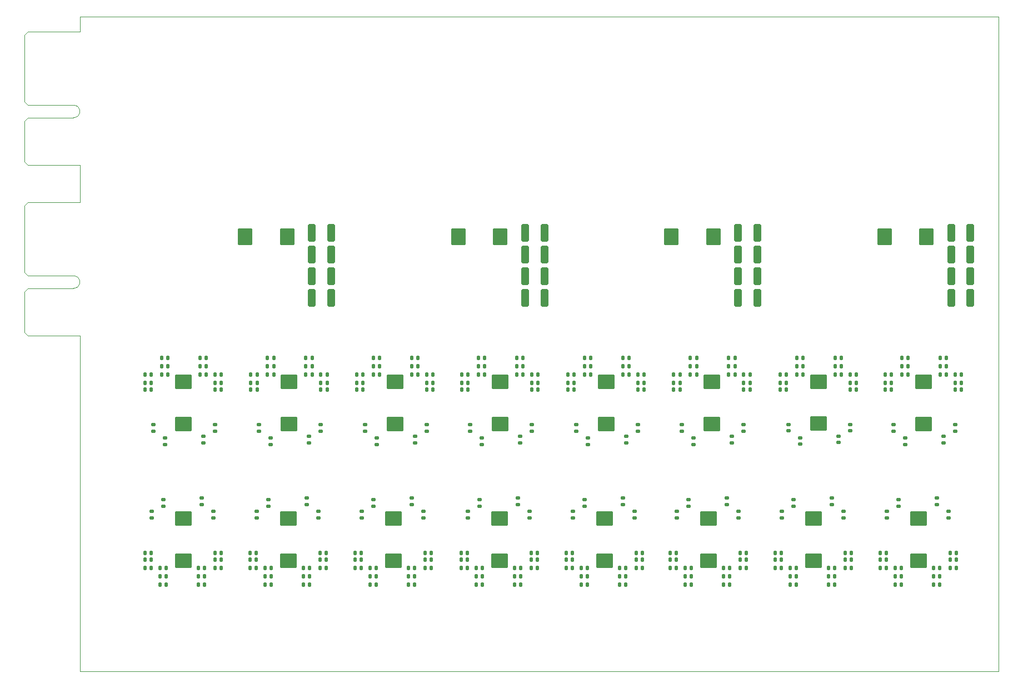
<source format=gbr>
%TF.GenerationSoftware,KiCad,Pcbnew,8.0.1*%
%TF.CreationDate,2024-04-21T01:40:20+02:00*%
%TF.ProjectId,EKO_Miner_BM1366-13xx_16-01A,454b4f5f-4d69-46e6-9572-5f424d313336,rev?*%
%TF.SameCoordinates,Original*%
%TF.FileFunction,Paste,Bot*%
%TF.FilePolarity,Positive*%
%FSLAX46Y46*%
G04 Gerber Fmt 4.6, Leading zero omitted, Abs format (unit mm)*
G04 Created by KiCad (PCBNEW 8.0.1) date 2024-04-21 01:40:20*
%MOMM*%
%LPD*%
G01*
G04 APERTURE LIST*
G04 Aperture macros list*
%AMRoundRect*
0 Rectangle with rounded corners*
0 $1 Rounding radius*
0 $2 $3 $4 $5 $6 $7 $8 $9 X,Y pos of 4 corners*
0 Add a 4 corners polygon primitive as box body*
4,1,4,$2,$3,$4,$5,$6,$7,$8,$9,$2,$3,0*
0 Add four circle primitives for the rounded corners*
1,1,$1+$1,$2,$3*
1,1,$1+$1,$4,$5*
1,1,$1+$1,$6,$7*
1,1,$1+$1,$8,$9*
0 Add four rect primitives between the rounded corners*
20,1,$1+$1,$2,$3,$4,$5,0*
20,1,$1+$1,$4,$5,$6,$7,0*
20,1,$1+$1,$6,$7,$8,$9,0*
20,1,$1+$1,$8,$9,$2,$3,0*%
G04 Aperture macros list end*
%ADD10RoundRect,0.140000X-0.140000X-0.170000X0.140000X-0.170000X0.140000X0.170000X-0.140000X0.170000X0*%
%ADD11RoundRect,0.140000X-0.170000X0.140000X-0.170000X-0.140000X0.170000X-0.140000X0.170000X0.140000X0*%
%ADD12RoundRect,0.140000X0.140000X0.170000X-0.140000X0.170000X-0.140000X-0.170000X0.140000X-0.170000X0*%
%ADD13RoundRect,0.140000X0.170000X-0.140000X0.170000X0.140000X-0.170000X0.140000X-0.170000X-0.140000X0*%
%ADD14RoundRect,0.250000X1.025000X-0.875000X1.025000X0.875000X-1.025000X0.875000X-1.025000X-0.875000X0*%
%ADD15RoundRect,0.250000X-0.325000X-1.100000X0.325000X-1.100000X0.325000X1.100000X-0.325000X1.100000X0*%
%ADD16RoundRect,0.250000X-1.025000X0.875000X-1.025000X-0.875000X1.025000X-0.875000X1.025000X0.875000X0*%
%ADD17RoundRect,0.250000X0.875000X1.025000X-0.875000X1.025000X-0.875000X-1.025000X0.875000X-1.025000X0*%
%TA.AperFunction,Profile*%
%ADD18C,0.100000*%
%TD*%
G04 APERTURE END LIST*
D10*
%TO.C,C228*%
X111354000Y-107982000D03*
X112314000Y-107982000D03*
%TD*%
D11*
%TO.C,C224*%
X159767428Y-87436000D03*
X159767428Y-88396000D03*
%TD*%
D10*
%TO.C,C82*%
X95352000Y-81058000D03*
X96312000Y-81058000D03*
%TD*%
D12*
%TO.C,C22*%
X184957475Y-77228000D03*
X183997475Y-77228000D03*
%TD*%
D11*
%TO.C,C139*%
X157989428Y-89214000D03*
X157989428Y-90174000D03*
%TD*%
D13*
%TO.C,C343*%
X149846666Y-101604000D03*
X149846666Y-100644000D03*
%TD*%
D10*
%TO.C,C251*%
X92811999Y-110522000D03*
X93771999Y-110522000D03*
%TD*%
%TO.C,C133*%
X143612000Y-81058000D03*
X144572000Y-81058000D03*
%TD*%
%TO.C,C92*%
X109176857Y-78518000D03*
X110136857Y-78518000D03*
%TD*%
D14*
%TO.C,C356*%
X138670666Y-108134000D03*
X138670666Y-101734000D03*
%TD*%
D10*
%TO.C,C267*%
X124815999Y-111792000D03*
X125775999Y-111792000D03*
%TD*%
D12*
%TO.C,C278*%
X208326000Y-106966000D03*
X207366000Y-106966000D03*
%TD*%
D15*
%TO.C,C367*%
X110105000Y-61500000D03*
X113055000Y-61500000D03*
%TD*%
D12*
%TO.C,C51*%
X166198285Y-81058000D03*
X165238285Y-81058000D03*
%TD*%
D10*
%TO.C,C352*%
X140984665Y-111792000D03*
X141944665Y-111792000D03*
%TD*%
D12*
%TO.C,C344*%
X149818666Y-107981999D03*
X148858666Y-107981999D03*
%TD*%
%TO.C,C90*%
X104294857Y-77248000D03*
X103334857Y-77248000D03*
%TD*%
D10*
%TO.C,C110*%
X125324000Y-77248000D03*
X126284000Y-77248000D03*
%TD*%
D12*
%TO.C,C321*%
X167940000Y-111792000D03*
X166980000Y-111792000D03*
%TD*%
%TO.C,C238*%
X103932000Y-109252000D03*
X102972000Y-109252000D03*
%TD*%
D11*
%TO.C,C98*%
X111434857Y-87436000D03*
X111434857Y-88396000D03*
%TD*%
D10*
%TO.C,C58*%
X173620285Y-78518000D03*
X174580285Y-78518000D03*
%TD*%
D12*
%TO.C,C332*%
X160486665Y-109252000D03*
X159526665Y-109252000D03*
%TD*%
D13*
%TO.C,C265*%
X119454001Y-99826000D03*
X119454001Y-98866000D03*
%TD*%
D15*
%TO.C,C365*%
X110105000Y-68104000D03*
X113055000Y-68104000D03*
%TD*%
D12*
%TO.C,C357*%
X136102666Y-109252000D03*
X135142666Y-109252000D03*
%TD*%
D13*
%TO.C,C314*%
X175080000Y-101604001D03*
X175080000Y-100644001D03*
%TD*%
D10*
%TO.C,C336*%
X156986665Y-110522000D03*
X157946665Y-110522000D03*
%TD*%
D13*
%TO.C,C341*%
X157466666Y-99572000D03*
X157466666Y-98612000D03*
%TD*%
D12*
%TO.C,C259*%
X85644000Y-107981999D03*
X84684000Y-107981999D03*
%TD*%
D10*
%TO.C,C59*%
X173620285Y-77248000D03*
X174580285Y-77248000D03*
%TD*%
D12*
%TO.C,C351*%
X141944665Y-109252000D03*
X140984665Y-109252000D03*
%TD*%
D13*
%TO.C,C273*%
X125296000Y-99572000D03*
X125296000Y-98612000D03*
%TD*%
D12*
%TO.C,C272*%
X119934000Y-109252000D03*
X118974000Y-109252000D03*
%TD*%
%TO.C,C276*%
X117648000Y-107981999D03*
X116688000Y-107981999D03*
%TD*%
D16*
%TO.C,C77*%
X90498000Y-80906000D03*
X90498000Y-87306000D03*
%TD*%
D10*
%TO.C,C76*%
X93066000Y-77248000D03*
X94026000Y-77248000D03*
%TD*%
D11*
%TO.C,C122*%
X141806000Y-89214000D03*
X141806000Y-90174000D03*
%TD*%
D10*
%TO.C,C131*%
X143612000Y-79788000D03*
X144572000Y-79788000D03*
%TD*%
D12*
%TO.C,C346*%
X144484666Y-106966000D03*
X143524666Y-106966000D03*
%TD*%
D15*
%TO.C,C378*%
X207505000Y-64802000D03*
X210455000Y-64802000D03*
%TD*%
D10*
%TO.C,C67*%
X84684000Y-82074000D03*
X85644000Y-82074000D03*
%TD*%
D11*
%TO.C,C86*%
X102036857Y-87436000D03*
X102036857Y-88396000D03*
%TD*%
D12*
%TO.C,C354*%
X136102666Y-110522000D03*
X135142666Y-110522000D03*
%TD*%
D11*
%TO.C,C45*%
X200479999Y-89468000D03*
X200479999Y-90428000D03*
%TD*%
D12*
%TO.C,C317*%
X173781999Y-109252000D03*
X172821999Y-109252000D03*
%TD*%
D11*
%TO.C,C120*%
X134186000Y-87436000D03*
X134186000Y-88396000D03*
%TD*%
D12*
%TO.C,C340*%
X152104666Y-109252000D03*
X151144666Y-109252000D03*
%TD*%
D10*
%TO.C,C243*%
X100686000Y-106965999D03*
X101646000Y-106965999D03*
%TD*%
%TO.C,C41*%
X205841999Y-78518000D03*
X206801999Y-78518000D03*
%TD*%
%TO.C,C135*%
X149127428Y-82074000D03*
X150087428Y-82074000D03*
%TD*%
D12*
%TO.C,C329*%
X160486666Y-106966000D03*
X159526666Y-106966000D03*
%TD*%
D13*
%TO.C,C275*%
X117676000Y-101604000D03*
X117676000Y-100644000D03*
%TD*%
D10*
%TO.C,C27*%
X189839475Y-79768000D03*
X190799475Y-79768000D03*
%TD*%
D12*
%TO.C,C124*%
X136444000Y-77248000D03*
X135484000Y-77248000D03*
%TD*%
%TO.C,C74*%
X88184000Y-78518000D03*
X87224000Y-78518000D03*
%TD*%
%TO.C,C355*%
X136102666Y-111792000D03*
X135142666Y-111792000D03*
%TD*%
D10*
%TO.C,C61*%
X173620285Y-79788000D03*
X174580285Y-79788000D03*
%TD*%
%TO.C,C99*%
X111462857Y-81058000D03*
X112422857Y-81058000D03*
%TD*%
D12*
%TO.C,C227*%
X112314000Y-106966000D03*
X111354000Y-106966000D03*
%TD*%
D10*
%TO.C,C89*%
X103334857Y-79788000D03*
X104294857Y-79788000D03*
%TD*%
D15*
%TO.C,C371*%
X142571666Y-61500000D03*
X145521666Y-61500000D03*
%TD*%
D13*
%TO.C,C248*%
X87450001Y-99826000D03*
X87450001Y-98866000D03*
%TD*%
D11*
%TO.C,C115*%
X127582000Y-87436000D03*
X127582000Y-88396000D03*
%TD*%
D12*
%TO.C,C320*%
X167940000Y-110522000D03*
X166980000Y-110522000D03*
%TD*%
%TO.C,C323*%
X167940000Y-109252000D03*
X166980000Y-109252000D03*
%TD*%
D11*
%TO.C,C30*%
X192097475Y-87416000D03*
X192097475Y-88376000D03*
%TD*%
D15*
%TO.C,C380*%
X207505000Y-58204750D03*
X210455000Y-58204750D03*
%TD*%
D10*
%TO.C,C109*%
X125324000Y-78518000D03*
X126284000Y-78518000D03*
%TD*%
D12*
%TO.C,C287*%
X199944000Y-111792000D03*
X198984000Y-111792000D03*
%TD*%
D11*
%TO.C,C105*%
X125804000Y-89214000D03*
X125804000Y-90174000D03*
%TD*%
D12*
%TO.C,C242*%
X101646000Y-107981999D03*
X100686000Y-107981999D03*
%TD*%
D10*
%TO.C,C80*%
X95352000Y-79788000D03*
X96312000Y-79788000D03*
%TD*%
D12*
%TO.C,C293*%
X197658000Y-107981999D03*
X196698000Y-107981999D03*
%TD*%
%TO.C,C102*%
X117902000Y-81058000D03*
X116942000Y-81058000D03*
%TD*%
D10*
%TO.C,C313*%
X175362000Y-107982000D03*
X176322000Y-107982000D03*
%TD*%
D12*
%TO.C,C325*%
X165654000Y-109251999D03*
X164694000Y-109251999D03*
%TD*%
D10*
%TO.C,C285*%
X204825999Y-110522000D03*
X205785999Y-110522000D03*
%TD*%
D12*
%TO.C,C266*%
X125775999Y-109252000D03*
X124815999Y-109252000D03*
%TD*%
%TO.C,C17*%
X182417475Y-81038000D03*
X181457475Y-81038000D03*
%TD*%
D13*
%TO.C,C348*%
X143242666Y-101604001D03*
X143242666Y-100644001D03*
%TD*%
D16*
%TO.C,C145*%
X154941428Y-80906000D03*
X154941428Y-87306000D03*
%TD*%
D15*
%TO.C,C370*%
X142571666Y-64802000D03*
X145521666Y-64802000D03*
%TD*%
D12*
%TO.C,C73*%
X88184000Y-77248000D03*
X87224000Y-77248000D03*
%TD*%
D14*
%TO.C,C254*%
X90498000Y-108134000D03*
X90498000Y-101734000D03*
%TD*%
D12*
%TO.C,C281*%
X208325999Y-109252000D03*
X207365999Y-109252000D03*
%TD*%
D13*
%TO.C,C241*%
X101674000Y-101604000D03*
X101674000Y-100644000D03*
%TD*%
D10*
%TO.C,C53*%
X165238285Y-79788000D03*
X166198285Y-79788000D03*
%TD*%
D12*
%TO.C,C249*%
X93771999Y-109252000D03*
X92811999Y-109252000D03*
%TD*%
%TO.C,C56*%
X168738285Y-77248000D03*
X167778285Y-77248000D03*
%TD*%
D11*
%TO.C,C28*%
X184477475Y-89448000D03*
X184477475Y-90408000D03*
%TD*%
D10*
%TO.C,C48*%
X208127999Y-81058000D03*
X209087999Y-81058000D03*
%TD*%
D15*
%TO.C,C379*%
X207505000Y-61500000D03*
X210455000Y-61500000D03*
%TD*%
D12*
%TO.C,C108*%
X120442000Y-78518000D03*
X119482000Y-78518000D03*
%TD*%
D10*
%TO.C,C118*%
X132944000Y-82074000D03*
X133904000Y-82074000D03*
%TD*%
D12*
%TO.C,C117*%
X128570000Y-82074000D03*
X127610000Y-82074000D03*
%TD*%
%TO.C,C300*%
X189783999Y-109252000D03*
X188823999Y-109252000D03*
%TD*%
D10*
%TO.C,C95*%
X109176857Y-79788000D03*
X110136857Y-79788000D03*
%TD*%
%TO.C,C345*%
X148858666Y-106965999D03*
X149818666Y-106965999D03*
%TD*%
D14*
%TO.C,C288*%
X202512000Y-108134000D03*
X202512000Y-101734000D03*
%TD*%
D10*
%TO.C,C104*%
X116942000Y-79788000D03*
X117902000Y-79788000D03*
%TD*%
%TO.C,C262*%
X127356000Y-107982000D03*
X128316000Y-107982000D03*
%TD*%
D14*
%TO.C,C305*%
X186510000Y-108134000D03*
X186510000Y-101734000D03*
%TD*%
D11*
%TO.C,C132*%
X143584000Y-87436000D03*
X143584000Y-88396000D03*
%TD*%
D14*
%TO.C,C339*%
X154672666Y-108134000D03*
X154672666Y-101734000D03*
%TD*%
D10*
%TO.C,C233*%
X108813999Y-111792000D03*
X109773999Y-111792000D03*
%TD*%
D12*
%TO.C,C270*%
X119934000Y-111792000D03*
X118974000Y-111792000D03*
%TD*%
%TO.C,C289*%
X199944000Y-109252000D03*
X198984000Y-109252000D03*
%TD*%
D10*
%TO.C,C75*%
X93066000Y-78518000D03*
X94026000Y-78518000D03*
%TD*%
D12*
%TO.C,C253*%
X87930000Y-111792000D03*
X86970000Y-111792000D03*
%TD*%
D10*
%TO.C,C277*%
X116688000Y-106965999D03*
X117648000Y-106965999D03*
%TD*%
D13*
%TO.C,C358*%
X141464666Y-99572000D03*
X141464666Y-98612000D03*
%TD*%
D10*
%TO.C,C72*%
X87224000Y-79788000D03*
X88184000Y-79788000D03*
%TD*%
D13*
%TO.C,C324*%
X173302000Y-99572000D03*
X173302000Y-98612000D03*
%TD*%
D12*
%TO.C,C257*%
X85644000Y-109251999D03*
X84684000Y-109251999D03*
%TD*%
%TO.C,C295*%
X192324000Y-106966000D03*
X191364000Y-106966000D03*
%TD*%
D10*
%TO.C,C143*%
X157509428Y-78518000D03*
X158469428Y-78518000D03*
%TD*%
D11*
%TO.C,C62*%
X168258285Y-89468000D03*
X168258285Y-90428000D03*
%TD*%
D10*
%TO.C,C146*%
X157509428Y-79788000D03*
X158469428Y-79788000D03*
%TD*%
D15*
%TO.C,C372*%
X142571666Y-58204750D03*
X145521666Y-58204750D03*
%TD*%
D14*
%TO.C,C271*%
X122502000Y-108134000D03*
X122502000Y-101734000D03*
%TD*%
D16*
%TO.C,C128*%
X138758000Y-80906000D03*
X138758000Y-87306000D03*
%TD*%
D11*
%TO.C,C37*%
X206321999Y-89214000D03*
X206321999Y-90174000D03*
%TD*%
D17*
%TO.C,C207*%
X171283332Y-58800000D03*
X164883332Y-58800000D03*
%TD*%
D12*
%TO.C,C107*%
X120442000Y-77248000D03*
X119482000Y-77248000D03*
%TD*%
D10*
%TO.C,C46*%
X208127999Y-79788000D03*
X209087999Y-79788000D03*
%TD*%
D13*
%TO.C,C290*%
X205306000Y-99572000D03*
X205306000Y-98612000D03*
%TD*%
D10*
%TO.C,C347*%
X143524666Y-107982000D03*
X144484666Y-107982000D03*
%TD*%
D17*
%TO.C,C187*%
X106350000Y-58800000D03*
X99950000Y-58800000D03*
%TD*%
D12*
%TO.C,C283*%
X205785999Y-109252000D03*
X204825999Y-109252000D03*
%TD*%
D10*
%TO.C,C84*%
X100794857Y-82074000D03*
X101754857Y-82074000D03*
%TD*%
%TO.C,C144*%
X157509428Y-77248000D03*
X158469428Y-77248000D03*
%TD*%
D15*
%TO.C,C375*%
X175038332Y-61500000D03*
X177988332Y-61500000D03*
%TD*%
D16*
%TO.C,C60*%
X171052285Y-80906000D03*
X171052285Y-87306000D03*
%TD*%
D10*
%TO.C,C330*%
X159526666Y-107982000D03*
X160486666Y-107982000D03*
%TD*%
%TO.C,C362*%
X132856666Y-106965999D03*
X133816666Y-106965999D03*
%TD*%
%TO.C,C31*%
X192125475Y-81038000D03*
X193085475Y-81038000D03*
%TD*%
D12*
%TO.C,C91*%
X104294857Y-78518000D03*
X103334857Y-78518000D03*
%TD*%
%TO.C,C235*%
X103932000Y-110522000D03*
X102972000Y-110522000D03*
%TD*%
D11*
%TO.C,C47*%
X208099999Y-87436000D03*
X208099999Y-88396000D03*
%TD*%
D10*
%TO.C,C24*%
X189839475Y-78498000D03*
X190799475Y-78498000D03*
%TD*%
%TO.C,C318*%
X172821999Y-111792000D03*
X173781999Y-111792000D03*
%TD*%
D12*
%TO.C,C32*%
X193085475Y-82054000D03*
X192125475Y-82054000D03*
%TD*%
D10*
%TO.C,C245*%
X95352000Y-107982000D03*
X96312000Y-107982000D03*
%TD*%
D17*
%TO.C,C217*%
X203750000Y-58800000D03*
X197350000Y-58800000D03*
%TD*%
D14*
%TO.C,C237*%
X106500000Y-108134000D03*
X106500000Y-101734000D03*
%TD*%
D10*
%TO.C,C319*%
X172821999Y-110522000D03*
X173781999Y-110522000D03*
%TD*%
D12*
%TO.C,C291*%
X197658000Y-109251999D03*
X196698000Y-109251999D03*
%TD*%
D10*
%TO.C,C335*%
X156986665Y-111792000D03*
X157946665Y-111792000D03*
%TD*%
D15*
%TO.C,C376*%
X175038332Y-58204750D03*
X177988332Y-58204750D03*
%TD*%
D11*
%TO.C,C52*%
X166480285Y-87436000D03*
X166480285Y-88396000D03*
%TD*%
D12*
%TO.C,C274*%
X117648000Y-109251999D03*
X116688000Y-109251999D03*
%TD*%
%TO.C,C252*%
X87930000Y-110522000D03*
X86970000Y-110522000D03*
%TD*%
%TO.C,C264*%
X128315999Y-109252000D03*
X127355999Y-109252000D03*
%TD*%
D11*
%TO.C,C130*%
X135964000Y-89468000D03*
X135964000Y-90428000D03*
%TD*%
D12*
%TO.C,C359*%
X133816666Y-109251999D03*
X132856666Y-109251999D03*
%TD*%
D13*
%TO.C,C246*%
X95070000Y-101604001D03*
X95070000Y-100644001D03*
%TD*%
D10*
%TO.C,C225*%
X159795428Y-81058000D03*
X160755428Y-81058000D03*
%TD*%
D12*
%TO.C,C39*%
X200959999Y-77248000D03*
X199999999Y-77248000D03*
%TD*%
D11*
%TO.C,C103*%
X118184000Y-87436000D03*
X118184000Y-88396000D03*
%TD*%
D12*
%TO.C,C83*%
X96312000Y-82074000D03*
X95352000Y-82074000D03*
%TD*%
D13*
%TO.C,C309*%
X181684000Y-101604000D03*
X181684000Y-100644000D03*
%TD*%
D12*
%TO.C,C342*%
X149818666Y-109251999D03*
X148858666Y-109251999D03*
%TD*%
%TO.C,C226*%
X160755428Y-82074000D03*
X159795428Y-82074000D03*
%TD*%
%TO.C,C236*%
X103932000Y-111792000D03*
X102972000Y-111792000D03*
%TD*%
D13*
%TO.C,C229*%
X111072000Y-101604001D03*
X111072000Y-100644001D03*
%TD*%
%TO.C,C280*%
X207084000Y-101604001D03*
X207084000Y-100644001D03*
%TD*%
D12*
%TO.C,C334*%
X157946665Y-109252000D03*
X156986665Y-109252000D03*
%TD*%
D15*
%TO.C,C377*%
X207505000Y-68104000D03*
X210455000Y-68104000D03*
%TD*%
D10*
%TO.C,C223*%
X159795428Y-79788000D03*
X160755428Y-79788000D03*
%TD*%
D12*
%TO.C,C269*%
X119934000Y-110522000D03*
X118974000Y-110522000D03*
%TD*%
D10*
%TO.C,C301*%
X188823999Y-111792000D03*
X189783999Y-111792000D03*
%TD*%
D13*
%TO.C,C297*%
X191082000Y-101604001D03*
X191082000Y-100644001D03*
%TD*%
D10*
%TO.C,C126*%
X141326000Y-78518000D03*
X142286000Y-78518000D03*
%TD*%
D17*
%TO.C,C197*%
X138816666Y-58800000D03*
X132416666Y-58800000D03*
%TD*%
D12*
%TO.C,C34*%
X198419999Y-81058000D03*
X197459999Y-81058000D03*
%TD*%
D10*
%TO.C,C97*%
X111462857Y-79788000D03*
X112422857Y-79788000D03*
%TD*%
D12*
%TO.C,C306*%
X183942000Y-109252000D03*
X182982000Y-109252000D03*
%TD*%
%TO.C,C361*%
X133816666Y-107981999D03*
X132856666Y-107981999D03*
%TD*%
D10*
%TO.C,C138*%
X149127428Y-79788000D03*
X150087428Y-79788000D03*
%TD*%
D12*
%TO.C,C312*%
X176322000Y-106966000D03*
X175362000Y-106966000D03*
%TD*%
D10*
%TO.C,C70*%
X84684000Y-79788000D03*
X85644000Y-79788000D03*
%TD*%
%TO.C,C294*%
X196698000Y-106965999D03*
X197658000Y-106965999D03*
%TD*%
D11*
%TO.C,C147*%
X152147428Y-89468000D03*
X152147428Y-90428000D03*
%TD*%
D16*
%TO.C,C94*%
X106608857Y-80906000D03*
X106608857Y-87306000D03*
%TD*%
D10*
%TO.C,C129*%
X141326000Y-79788000D03*
X142286000Y-79788000D03*
%TD*%
D12*
%TO.C,C232*%
X109773999Y-109252000D03*
X108813999Y-109252000D03*
%TD*%
D10*
%TO.C,C93*%
X109176857Y-77248000D03*
X110136857Y-77248000D03*
%TD*%
D12*
%TO.C,C240*%
X101646000Y-109251999D03*
X100686000Y-109251999D03*
%TD*%
D10*
%TO.C,C353*%
X140984665Y-110522000D03*
X141944665Y-110522000D03*
%TD*%
%TO.C,C63*%
X175906285Y-79788000D03*
X176866285Y-79788000D03*
%TD*%
%TO.C,C29*%
X192125475Y-79768000D03*
X193085475Y-79768000D03*
%TD*%
D12*
%TO.C,C85*%
X101754857Y-81058000D03*
X100794857Y-81058000D03*
%TD*%
D10*
%TO.C,C50*%
X165238285Y-82074000D03*
X166198285Y-82074000D03*
%TD*%
D11*
%TO.C,C96*%
X103814857Y-89468000D03*
X103814857Y-90428000D03*
%TD*%
D12*
%TO.C,C119*%
X133904000Y-81058000D03*
X132944000Y-81058000D03*
%TD*%
%TO.C,C327*%
X165654000Y-107981999D03*
X164694000Y-107981999D03*
%TD*%
%TO.C,C230*%
X112313999Y-109252000D03*
X111353999Y-109252000D03*
%TD*%
D10*
%TO.C,C296*%
X191364000Y-107982000D03*
X192324000Y-107982000D03*
%TD*%
D12*
%TO.C,C338*%
X152104666Y-111792000D03*
X151144666Y-111792000D03*
%TD*%
D11*
%TO.C,C69*%
X85926000Y-87436000D03*
X85926000Y-88396000D03*
%TD*%
D10*
%TO.C,C302*%
X188823999Y-110522000D03*
X189783999Y-110522000D03*
%TD*%
D13*
%TO.C,C256*%
X93292000Y-99572000D03*
X93292000Y-98612000D03*
%TD*%
%TO.C,C331*%
X159244666Y-101604001D03*
X159244666Y-100644001D03*
%TD*%
D16*
%TO.C,C111*%
X122756000Y-80906000D03*
X122756000Y-87306000D03*
%TD*%
D12*
%TO.C,C261*%
X128316000Y-106966000D03*
X127356000Y-106966000D03*
%TD*%
D10*
%TO.C,C112*%
X125324000Y-79788000D03*
X126284000Y-79788000D03*
%TD*%
%TO.C,C33*%
X197459999Y-82074000D03*
X198419999Y-82074000D03*
%TD*%
%TO.C,C78*%
X93066000Y-79788000D03*
X94026000Y-79788000D03*
%TD*%
D12*
%TO.C,C66*%
X176866285Y-82074000D03*
X175906285Y-82074000D03*
%TD*%
%TO.C,C303*%
X183942000Y-110522000D03*
X182982000Y-110522000D03*
%TD*%
D13*
%TO.C,C307*%
X189304000Y-99572000D03*
X189304000Y-98612000D03*
%TD*%
D12*
%TO.C,C100*%
X112422857Y-82074000D03*
X111462857Y-82074000D03*
%TD*%
D13*
%TO.C,C282*%
X199464001Y-99826000D03*
X199464001Y-98866000D03*
%TD*%
%TO.C,C360*%
X133844666Y-101604000D03*
X133844666Y-100644000D03*
%TD*%
D12*
%TO.C,C315*%
X176321999Y-109252000D03*
X175361999Y-109252000D03*
%TD*%
D15*
%TO.C,C368*%
X110105000Y-58198000D03*
X113055000Y-58198000D03*
%TD*%
D12*
%TO.C,C304*%
X183942000Y-111792000D03*
X182982000Y-111792000D03*
%TD*%
D10*
%TO.C,C260*%
X84684000Y-106965999D03*
X85644000Y-106965999D03*
%TD*%
D12*
%TO.C,C349*%
X144484665Y-109252000D03*
X143524665Y-109252000D03*
%TD*%
%TO.C,C337*%
X152104666Y-110522000D03*
X151144666Y-110522000D03*
%TD*%
D10*
%TO.C,C44*%
X205841999Y-79788000D03*
X206801999Y-79788000D03*
%TD*%
D12*
%TO.C,C49*%
X209087999Y-82074000D03*
X208127999Y-82074000D03*
%TD*%
D10*
%TO.C,C140*%
X151667428Y-79788000D03*
X152627428Y-79788000D03*
%TD*%
D16*
%TO.C,C26*%
X187271475Y-80886000D03*
X187271475Y-87286000D03*
%TD*%
D10*
%TO.C,C250*%
X92811999Y-111792000D03*
X93771999Y-111792000D03*
%TD*%
D12*
%TO.C,C141*%
X152627428Y-77248000D03*
X151667428Y-77248000D03*
%TD*%
D10*
%TO.C,C121*%
X132944000Y-79788000D03*
X133904000Y-79788000D03*
%TD*%
D12*
%TO.C,C247*%
X96311999Y-109252000D03*
X95351999Y-109252000D03*
%TD*%
D10*
%TO.C,C268*%
X124815999Y-110522000D03*
X125775999Y-110522000D03*
%TD*%
D12*
%TO.C,C142*%
X152627428Y-78518000D03*
X151667428Y-78518000D03*
%TD*%
D10*
%TO.C,C106*%
X119482000Y-79788000D03*
X120442000Y-79788000D03*
%TD*%
D12*
%TO.C,C136*%
X150087428Y-81058000D03*
X149127428Y-81058000D03*
%TD*%
D10*
%TO.C,C123*%
X135484000Y-79788000D03*
X136444000Y-79788000D03*
%TD*%
D11*
%TO.C,C35*%
X198701999Y-87436000D03*
X198701999Y-88396000D03*
%TD*%
D10*
%TO.C,C87*%
X100794857Y-79788000D03*
X101754857Y-79788000D03*
%TD*%
D12*
%TO.C,C255*%
X87930000Y-109252000D03*
X86970000Y-109252000D03*
%TD*%
D10*
%TO.C,C328*%
X164694000Y-106965999D03*
X165654000Y-106965999D03*
%TD*%
D11*
%TO.C,C71*%
X93546000Y-89214000D03*
X93546000Y-90174000D03*
%TD*%
D16*
%TO.C,C43*%
X203273999Y-80906000D03*
X203273999Y-87306000D03*
%TD*%
D15*
%TO.C,C374*%
X175038332Y-64802000D03*
X177988332Y-64802000D03*
%TD*%
D10*
%TO.C,C38*%
X199999999Y-79788000D03*
X200959999Y-79788000D03*
%TD*%
%TO.C,C114*%
X127610000Y-79788000D03*
X128570000Y-79788000D03*
%TD*%
%TO.C,C311*%
X180696000Y-106965999D03*
X181656000Y-106965999D03*
%TD*%
D13*
%TO.C,C316*%
X167460001Y-99826000D03*
X167460001Y-98866000D03*
%TD*%
D12*
%TO.C,C134*%
X144572000Y-82074000D03*
X143612000Y-82074000D03*
%TD*%
D13*
%TO.C,C292*%
X197686000Y-101604000D03*
X197686000Y-100644000D03*
%TD*%
D10*
%TO.C,C42*%
X205841999Y-77248000D03*
X206801999Y-77248000D03*
%TD*%
D14*
%TO.C,C322*%
X170508000Y-108134000D03*
X170508000Y-101734000D03*
%TD*%
D10*
%TO.C,C279*%
X207366000Y-107982000D03*
X208326000Y-107982000D03*
%TD*%
%TO.C,C19*%
X181457475Y-79768000D03*
X182417475Y-79768000D03*
%TD*%
D11*
%TO.C,C20*%
X190319475Y-89194000D03*
X190319475Y-90154000D03*
%TD*%
D10*
%TO.C,C234*%
X108813999Y-110522000D03*
X109773999Y-110522000D03*
%TD*%
D12*
%TO.C,C286*%
X199944000Y-110522000D03*
X198984000Y-110522000D03*
%TD*%
%TO.C,C68*%
X85644000Y-81058000D03*
X84684000Y-81058000D03*
%TD*%
D13*
%TO.C,C239*%
X109294000Y-99572000D03*
X109294000Y-98612000D03*
%TD*%
%TO.C,C263*%
X127074000Y-101604001D03*
X127074000Y-100644001D03*
%TD*%
D12*
%TO.C,C40*%
X200959999Y-78518000D03*
X199999999Y-78518000D03*
%TD*%
D10*
%TO.C,C16*%
X181457475Y-82054000D03*
X182417475Y-82054000D03*
%TD*%
D11*
%TO.C,C81*%
X95324000Y-87436000D03*
X95324000Y-88396000D03*
%TD*%
%TO.C,C18*%
X182699475Y-87416000D03*
X182699475Y-88376000D03*
%TD*%
%TO.C,C88*%
X109656857Y-89214000D03*
X109656857Y-90174000D03*
%TD*%
D13*
%TO.C,C231*%
X103452001Y-99826000D03*
X103452001Y-98866000D03*
%TD*%
D10*
%TO.C,C284*%
X204825999Y-111792000D03*
X205785999Y-111792000D03*
%TD*%
%TO.C,C116*%
X127610000Y-81058000D03*
X128570000Y-81058000D03*
%TD*%
D13*
%TO.C,C333*%
X151624667Y-99826000D03*
X151624667Y-98866000D03*
%TD*%
D10*
%TO.C,C127*%
X141326000Y-77248000D03*
X142286000Y-77248000D03*
%TD*%
D12*
%TO.C,C125*%
X136444000Y-78518000D03*
X135484000Y-78518000D03*
%TD*%
%TO.C,C308*%
X181656000Y-109251999D03*
X180696000Y-109251999D03*
%TD*%
D10*
%TO.C,C55*%
X167778285Y-79788000D03*
X168738285Y-79788000D03*
%TD*%
D11*
%TO.C,C113*%
X119962000Y-89468000D03*
X119962000Y-90428000D03*
%TD*%
D12*
%TO.C,C57*%
X168738285Y-78518000D03*
X167778285Y-78518000D03*
%TD*%
D10*
%TO.C,C25*%
X189839475Y-77228000D03*
X190799475Y-77228000D03*
%TD*%
D11*
%TO.C,C137*%
X150369428Y-87436000D03*
X150369428Y-88396000D03*
%TD*%
D13*
%TO.C,C258*%
X85672000Y-101604000D03*
X85672000Y-100644000D03*
%TD*%
%TO.C,C326*%
X165682000Y-101604000D03*
X165682000Y-100644000D03*
%TD*%
%TO.C,C350*%
X135622667Y-99826000D03*
X135622667Y-98866000D03*
%TD*%
D12*
%TO.C,C23*%
X184957475Y-78498000D03*
X183997475Y-78498000D03*
%TD*%
D10*
%TO.C,C65*%
X175906285Y-81058000D03*
X176866285Y-81058000D03*
%TD*%
D12*
%TO.C,C244*%
X96312000Y-106966000D03*
X95352000Y-106966000D03*
%TD*%
D15*
%TO.C,C373*%
X175038332Y-68104000D03*
X177988332Y-68104000D03*
%TD*%
D12*
%TO.C,C310*%
X181656000Y-107981999D03*
X180696000Y-107981999D03*
%TD*%
D15*
%TO.C,C369*%
X142571666Y-68104000D03*
X145521666Y-68104000D03*
%TD*%
D10*
%TO.C,C101*%
X116942000Y-82074000D03*
X117902000Y-82074000D03*
%TD*%
D12*
%TO.C,C298*%
X192323999Y-109252000D03*
X191363999Y-109252000D03*
%TD*%
D13*
%TO.C,C299*%
X183462001Y-99826000D03*
X183462001Y-98866000D03*
%TD*%
D15*
%TO.C,C366*%
X110105000Y-64802000D03*
X113055000Y-64802000D03*
%TD*%
D11*
%TO.C,C79*%
X87704000Y-89468000D03*
X87704000Y-90428000D03*
%TD*%
%TO.C,C64*%
X175878285Y-87436000D03*
X175878285Y-88396000D03*
%TD*%
D10*
%TO.C,C21*%
X183997475Y-79768000D03*
X184957475Y-79768000D03*
%TD*%
D11*
%TO.C,C54*%
X174100285Y-89214000D03*
X174100285Y-90174000D03*
%TD*%
D10*
%TO.C,C36*%
X197459999Y-79788000D03*
X198419999Y-79788000D03*
%TD*%
D18*
X74750000Y-73850000D02*
X74750000Y-125000000D01*
X74750000Y-27550000D02*
X74750000Y-25250000D01*
X74750000Y-125000000D02*
X214750000Y-125000000D01*
X74750000Y-47850000D02*
X74750000Y-53550000D01*
X74750000Y-25250000D02*
X214750000Y-25250000D01*
X214750000Y-125000000D02*
X214750000Y-25250000D01*
%TO.C,J2*%
X66350000Y-54050000D02*
X66350000Y-64250000D01*
X66350000Y-67150000D02*
X66350000Y-73350000D01*
X66850000Y-53550000D02*
X66350000Y-54050000D01*
X66850000Y-64750000D02*
X66350000Y-64250000D01*
X66850000Y-66650000D02*
X66350000Y-67150000D01*
X66850000Y-73850000D02*
X66350000Y-73350000D01*
X73800000Y-64750000D02*
X66850000Y-64750000D01*
X73800000Y-66650000D02*
X66850000Y-66650000D01*
X74750000Y-53550000D02*
X66850000Y-53550000D01*
X74750000Y-73850000D02*
X66850000Y-73850000D01*
X73800000Y-64750000D02*
G75*
G02*
X73800000Y-66650000I0J-950000D01*
G01*
%TO.C,J1*%
X66350000Y-28050000D02*
X66350000Y-38250000D01*
X66350000Y-41150000D02*
X66350000Y-47350000D01*
X66850000Y-27550000D02*
X66350000Y-28050000D01*
X66850000Y-38750000D02*
X66350000Y-38250000D01*
X66850000Y-40650000D02*
X66350000Y-41150000D01*
X66850000Y-47850000D02*
X66350000Y-47350000D01*
X73800000Y-38750000D02*
X66850000Y-38750000D01*
X73800000Y-40650000D02*
X66850000Y-40650000D01*
X74750000Y-27550000D02*
X66850000Y-27550000D01*
X74750000Y-47850000D02*
X66850000Y-47850000D01*
X73800000Y-38750000D02*
G75*
G02*
X73800000Y-40650000I0J-950000D01*
G01*
%TD*%
M02*

</source>
